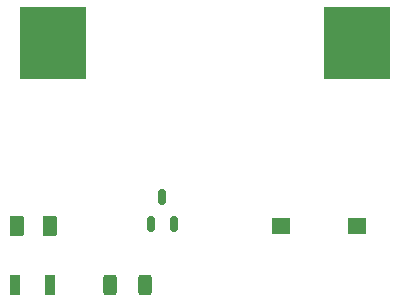
<source format=gtp>
G04 #@! TF.GenerationSoftware,KiCad,Pcbnew,9.0.7*
G04 #@! TF.CreationDate,2026-02-22T02:57:33-08:00*
G04 #@! TF.ProjectId,Cup Cover,43757020-436f-4766-9572-2e6b69636164,rev?*
G04 #@! TF.SameCoordinates,Original*
G04 #@! TF.FileFunction,Paste,Top*
G04 #@! TF.FilePolarity,Positive*
%FSLAX46Y46*%
G04 Gerber Fmt 4.6, Leading zero omitted, Abs format (unit mm)*
G04 Created by KiCad (PCBNEW 9.0.7) date 2026-02-22 02:57:33*
%MOMM*%
%LPD*%
G01*
G04 APERTURE LIST*
G04 Aperture macros list*
%AMRoundRect*
0 Rectangle with rounded corners*
0 $1 Rounding radius*
0 $2 $3 $4 $5 $6 $7 $8 $9 X,Y pos of 4 corners*
0 Add a 4 corners polygon primitive as box body*
4,1,4,$2,$3,$4,$5,$6,$7,$8,$9,$2,$3,0*
0 Add four circle primitives for the rounded corners*
1,1,$1+$1,$2,$3*
1,1,$1+$1,$4,$5*
1,1,$1+$1,$6,$7*
1,1,$1+$1,$8,$9*
0 Add four rect primitives between the rounded corners*
20,1,$1+$1,$2,$3,$4,$5,0*
20,1,$1+$1,$4,$5,$6,$7,0*
20,1,$1+$1,$6,$7,$8,$9,0*
20,1,$1+$1,$8,$9,$2,$3,0*%
G04 Aperture macros list end*
%ADD10RoundRect,0.250000X-0.375000X-0.625000X0.375000X-0.625000X0.375000X0.625000X-0.375000X0.625000X0*%
%ADD11R,5.700000X6.100000*%
%ADD12R,1.500000X1.400000*%
%ADD13RoundRect,0.150000X0.150000X-0.512500X0.150000X0.512500X-0.150000X0.512500X-0.150000X-0.512500X0*%
%ADD14R,0.970000X1.730000*%
%ADD15RoundRect,0.250000X0.312500X0.625000X-0.312500X0.625000X-0.312500X-0.625000X0.312500X-0.625000X0*%
G04 APERTURE END LIST*
D10*
X59700000Y-62000000D03*
X62500000Y-62000000D03*
D11*
X88500000Y-46500000D03*
X62700000Y-46500000D03*
D12*
X82000000Y-62000000D03*
X88500000Y-62000000D03*
D13*
X71050000Y-61775000D03*
X72950000Y-61775000D03*
X72000000Y-59500000D03*
D14*
X62500000Y-67000000D03*
X59540000Y-67000000D03*
D15*
X70500000Y-67000000D03*
X67575000Y-67000000D03*
M02*

</source>
